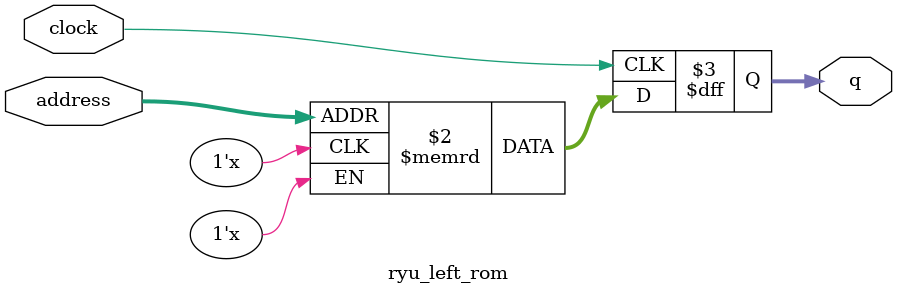
<source format=sv>
module ryu_left_rom (
	input logic clock,
	input logic [12:0] address,
	output logic [3:0] q
);

logic [3:0] memory [0:5399] /* synthesis ram_init_file = "./ryu_left/ryu_left.mif" */;

always_ff @ (posedge clock) begin
	q <= memory[address];
end

endmodule

</source>
